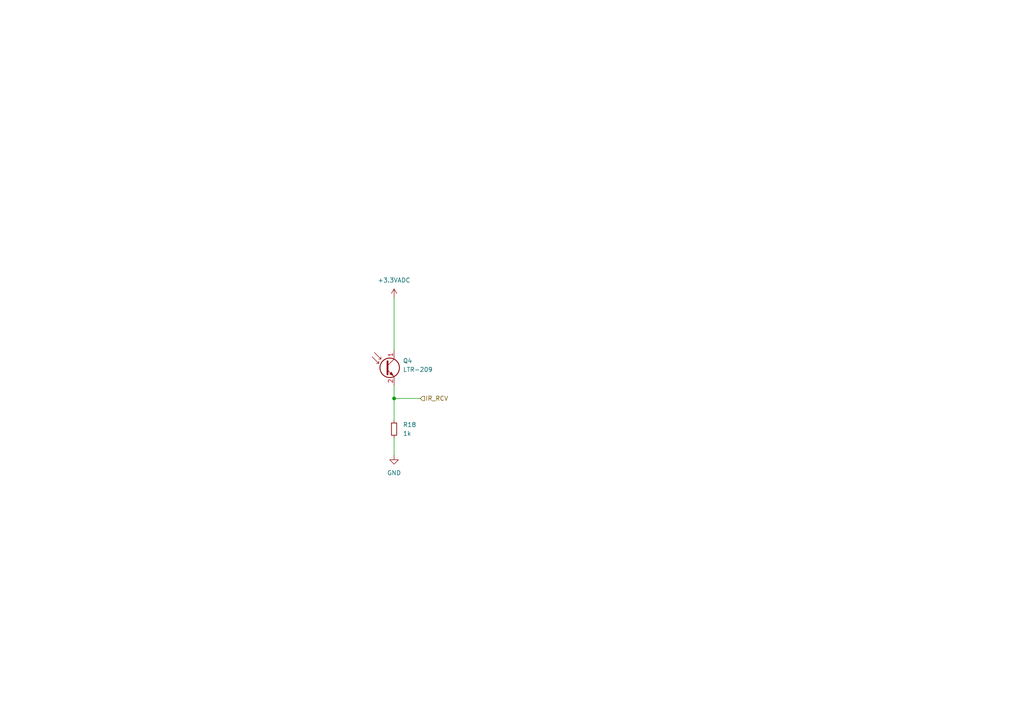
<source format=kicad_sch>
(kicad_sch (version 20231120) (generator "eeschema") (generator_version "8.0")
  (paper "A4")
  (lib_symbols
    (symbol "Device:Q_Photo_NPN" (pin_names (offset 0) hide)
      (property "Reference" "Q" (at 5.08 1.27 0))
      (property "Value" "Q_Photo_NPN" (at 5.08 -1.27 0))
      (symbol "Q_Photo_NPN_0_1"
        (polyline (pts (xy -1.905 1.27) (xy -2.54 1.27)))
        (polyline (pts (xy -1.27 2.54) (xy -1.905 2.54)))
        (polyline (pts (xy 0.635 0.635) (xy 2.54 2.54)))
        (polyline (pts (xy -3.81 3.175) (xy -1.905 1.27) (xy -1.905 1.905)))
        (polyline (pts (xy -3.175 4.445) (xy -1.27 2.54) (xy -1.27 3.175)))
        (polyline (pts (xy 0.635 -0.635) (xy 2.54 -2.54) (xy 2.54 -2.54)))
        (polyline (pts (xy 0.635 1.905) (xy 0.635 -1.905) (xy 0.635 -1.905)) (stroke (width 0.508)))
        (polyline (pts (xy 1.27 -1.778) (xy 1.778 -1.27) (xy 2.286 -2.286) (xy 1.27 -1.778) (xy 1.27 -1.778)) (fill (type outline)))
        (circle (center 1.27 0) (radius 2.8194) (stroke (width 0.254)))
      )
      (symbol "Q_Photo_NPN_1_1"
        (pin passive line (at 2.54 5.08 270) (length 2.54) (name "C") (number "1"))
        (pin passive line (at 2.54 -5.08 90) (length 2.54) (name "E") (number "2"))
      )
    )
    (symbol "Device:R_Small" (pin_numbers hide) (pin_names (offset 0.254) hide)
      (property "Reference" "R" (at 0.762 0.508 0))
      (property "Value" "R_Small" (at 0.762 -1.016 0))
      (symbol "R_Small_0_1"
        (rectangle (start -0.762 1.778) (end 0.762 -1.778) (stroke (width 0.2032)))
      )
      (symbol "R_Small_1_1"
        (pin passive line (at 0 2.54 270) (length 0.762) (name "~") (number "1"))
        (pin passive line (at 0 -2.54 90) (length 0.762) (name "~") (number "2"))
      )
    )
    (symbol "power:+3.3VADC" (power) (pin_names (offset 0))
      (property "Value" "+3.3VADC" (at 0 2.54 0))
      (symbol "+3.3VADC_0_0"
        (pin power_in line (at 0 0 90) (length 0) hide (name "+3.3VADC") (number "1"))
      )
      (symbol "+3.3VADC_0_1"
        (polyline (pts (xy -0.762 1.27) (xy 0 2.54)))
        (polyline (pts (xy 0 0) (xy 0 2.54)))
        (polyline (pts (xy 0 2.54) (xy 0.762 1.27)))
      )
    )
    (symbol "power:GND" (power) (pin_names (offset 0))
      (property "Value" "GND" (at 0 -3.81 0))
      (symbol "GND_0_1"
        (polyline (pts (xy 0 0) (xy 0 -1.27) (xy 1.27 -1.27) (xy 0 -2.54) (xy -1.27 -1.27) (xy 0 -1.27)))
      )
      (symbol "GND_1_1"
        (pin power_in line (at 0 0 270) (length 0) hide (name "GND") (number "1"))
      )
    )
  )
  (junction (at 114.3 115.57))
  (wire (pts (xy 114.3 111.76) (xy 114.3 115.57)))
  (wire (pts (xy 114.3 127) (xy 114.3 132.08)))
  (wire (pts (xy 114.3 86.36) (xy 114.3 101.6)))
  (wire (pts (xy 114.3 115.57) (xy 121.92 115.57)))
  (wire (pts (xy 114.3 115.57) (xy 114.3 121.92)))
  (hierarchical_label "IR_RCV" (shape input) (at 121.92 115.57 0))
  (symbol (lib_id "power:+3.3VADC") (at 114.3 86.36 0) (unit 1)
    (property "Reference" "#PWR028" (effects (hide yes)))
    (property "Value" "+3.3VADC" (at 114.3 81.28 0))
    (instances (project "" (path "" (reference "#PWR059") (unit 1)) (path "" (reference "#PWR063") (unit 1)) (path "" (reference "#PWR061") (unit 1)) (path "" (reference "#PWR028") (unit 1))))
  )
  (symbol (lib_id "Device:R_Small") (at 114.3 124.46 0) (unit 1)
    (property "Reference" "R2" (at 116.84 123.1899 0) (effects (justify left)))
    (property "Value" "1k" (at 116.84 125.7299 0) (effects (justify left)))
    (property "Footprint" "Resistor_SMD:R_0201_0603Metric" (effects (hide yes)))
    (instances (project "" (path "" (reference "R18") (unit 1)) (path "" (reference "R20") (unit 1)) (path "" (reference "R19") (unit 1)) (path "" (reference "R2") (unit 1))))
  )
  (symbol (lib_id "Device:Q_Photo_NPN") (at 111.76 106.68 0) (unit 1)
    (property "Reference" "Q1" (at 116.84 104.6606 0) (effects (justify left)))
    (property "Value" "LTR-209" (at 116.84 107.2006 0) (effects (justify left)))
    (property "Footprint" "half_mouse_lib:LTR-209" (effects (hide yes)))
    (instances (project "" (path "" (reference "Q4") (unit 1)) (path "" (reference "Q6") (unit 1)) (path "" (reference "Q5") (unit 1)) (path "" (reference "Q1") (unit 1))))
  )
  (symbol (lib_id "power:GND") (at 114.3 132.08 0) (unit 1)
    (property "Reference" "#PWR029" (effects (hide yes)))
    (property "Value" "GND" (at 114.3 137.16 0))
    (instances (project "" (path "" (reference "#PWR060") (unit 1)) (path "" (reference "#PWR064") (unit 1)) (path "" (reference "#PWR062") (unit 1)) (path "" (reference "#PWR029") (unit 1))))
  )
)
</source>
